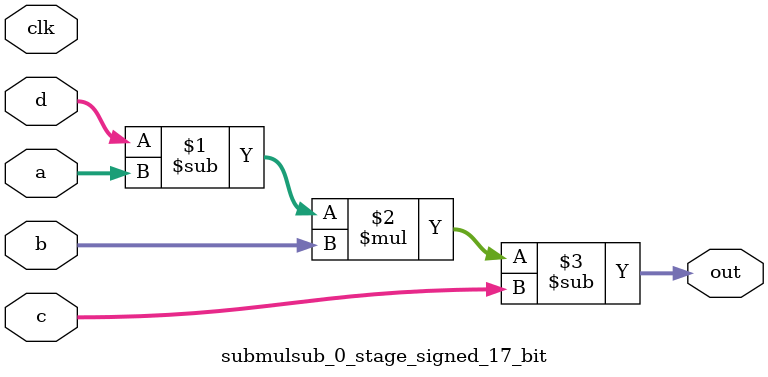
<source format=sv>
(* use_dsp = "yes" *) module submulsub_0_stage_signed_17_bit(
	input signed [16:0] a,
	input signed [16:0] b,
	input signed [16:0] c,
	input signed [16:0] d,
	output [16:0] out,
	input clk);

	assign out = ((d - a) * b) - c;
endmodule

</source>
